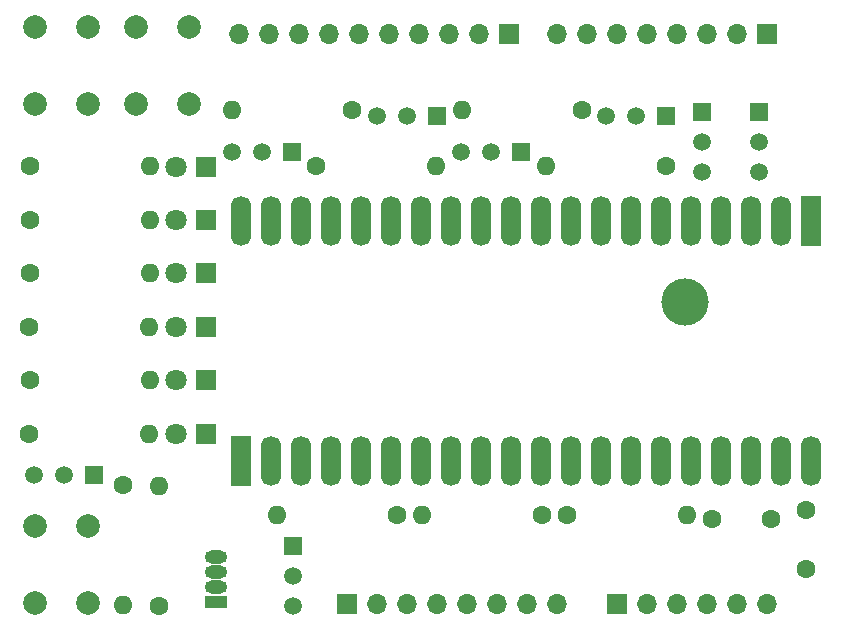
<source format=gbr>
%TF.GenerationSoftware,KiCad,Pcbnew,7.0.7*%
%TF.CreationDate,2023-09-12T10:17:07+02:00*%
%TF.ProjectId,Pico_Adapter,5069636f-5f41-4646-9170-7465722e6b69,V1.0*%
%TF.SameCoordinates,Original*%
%TF.FileFunction,Soldermask,Bot*%
%TF.FilePolarity,Negative*%
%FSLAX46Y46*%
G04 Gerber Fmt 4.6, Leading zero omitted, Abs format (unit mm)*
G04 Created by KiCad (PCBNEW 7.0.7) date 2023-09-12 10:17:07*
%MOMM*%
%LPD*%
G01*
G04 APERTURE LIST*
%ADD10R,1.900000X1.140000*%
%ADD11O,1.900000X1.140000*%
%ADD12R,1.500000X1.500000*%
%ADD13C,1.500000*%
%ADD14R,1.800000X1.800000*%
%ADD15C,1.800000*%
%ADD16R,1.700000X1.700000*%
%ADD17O,1.700000X1.700000*%
%ADD18C,1.600000*%
%ADD19O,1.600000X1.600000*%
%ADD20R,1.700000X4.240000*%
%ADD21C,1.700000*%
%ADD22O,1.700000X4.240000*%
%ADD23C,2.000000*%
%ADD24C,4.000000*%
G04 APERTURE END LIST*
D10*
%TO.C,P1*%
X95886000Y-155604400D03*
D11*
X95886000Y-154334400D03*
X95886000Y-153064400D03*
X95886000Y-151794400D03*
%TD*%
D12*
%TO.C,B1*%
X102433800Y-150825200D03*
D13*
X102433800Y-153365200D03*
X102433800Y-155905200D03*
%TD*%
D12*
%TO.C,Q5*%
X121768600Y-117504400D03*
D13*
X119228600Y-117504400D03*
X116688600Y-117504400D03*
%TD*%
D14*
%TO.C,P5*%
X95052800Y-127791400D03*
D15*
X92512800Y-127791400D03*
%TD*%
D16*
%TO.C,X5*%
X129869600Y-155769400D03*
D17*
X132409600Y-155769400D03*
X134949600Y-155769400D03*
X137489600Y-155769400D03*
X140029600Y-155769400D03*
X142569600Y-155769400D03*
%TD*%
D18*
%TO.C,R3*%
X123521200Y-148238400D03*
D19*
X113361200Y-148238400D03*
%TD*%
D12*
%TO.C,Q1*%
X85573600Y-144885600D03*
D13*
X83033600Y-144885600D03*
X80493600Y-144885600D03*
%TD*%
D18*
%TO.C,R13*%
X80138000Y-118723600D03*
D19*
X90298000Y-118723600D03*
%TD*%
D18*
%TO.C,R9*%
X91109800Y-155905200D03*
D19*
X91109800Y-145745200D03*
%TD*%
D16*
%TO.C,X2*%
X98018600Y-144931900D03*
D20*
X98018600Y-143661900D03*
D16*
X98018600Y-142391900D03*
D21*
X100558600Y-144931900D03*
D22*
X100558600Y-143661900D03*
D21*
X100558600Y-142391900D03*
X103098600Y-144931900D03*
D22*
X103098600Y-143661900D03*
D21*
X103098600Y-142391900D03*
X105638600Y-144931900D03*
D22*
X105638600Y-143661900D03*
D21*
X105638600Y-142391900D03*
X108178600Y-144931900D03*
D22*
X108178600Y-143661900D03*
D21*
X108178600Y-142391900D03*
X110718600Y-144931900D03*
D22*
X110718600Y-143661900D03*
D21*
X110718600Y-142391900D03*
X113258600Y-144931900D03*
D22*
X113258600Y-143661900D03*
D21*
X113258600Y-142391900D03*
X115798600Y-144931900D03*
D22*
X115798600Y-143661900D03*
D21*
X115798600Y-142391900D03*
X118338600Y-144931900D03*
D22*
X118338600Y-143661900D03*
D21*
X118338600Y-142391900D03*
X120878600Y-144931900D03*
D22*
X120878600Y-143661900D03*
D21*
X120878600Y-142391900D03*
X123418600Y-144931900D03*
D22*
X123418600Y-143661900D03*
D21*
X123418600Y-142391900D03*
X125958600Y-144931900D03*
D22*
X125958600Y-143661900D03*
D21*
X125958600Y-142391900D03*
X128498600Y-144931900D03*
D22*
X128498600Y-143661900D03*
D21*
X128498600Y-142391900D03*
X131038600Y-144931900D03*
D22*
X131038600Y-143661900D03*
D21*
X131038600Y-142391900D03*
X133578600Y-144931900D03*
D22*
X133578600Y-143661900D03*
D21*
X133578600Y-142391900D03*
X136118600Y-144931900D03*
D22*
X136118600Y-143661900D03*
D21*
X136118600Y-142391900D03*
X138658600Y-144931900D03*
D22*
X138658600Y-143661900D03*
D21*
X138658600Y-142391900D03*
X141198600Y-144931900D03*
D22*
X141198600Y-143661900D03*
D21*
X141198600Y-142391900D03*
X143738600Y-144931900D03*
D22*
X143738600Y-143661900D03*
D21*
X143738600Y-142391900D03*
X146278600Y-144931900D03*
D22*
X146278600Y-143661900D03*
D21*
X146278600Y-142391900D03*
%TD*%
D14*
%TO.C,P4*%
X95047800Y-132312600D03*
D15*
X92507800Y-132312600D03*
%TD*%
D14*
%TO.C,P6*%
X95052800Y-123270200D03*
D15*
X92512800Y-123270200D03*
%TD*%
D18*
%TO.C,C2*%
X145846800Y-152802600D03*
X145846800Y-147802600D03*
%TD*%
D23*
%TO.C,SW2*%
X89114800Y-113439200D03*
X89114800Y-106939200D03*
X93614800Y-113439200D03*
X93614800Y-106939200D03*
%TD*%
D18*
%TO.C,R14*%
X80133000Y-132312600D03*
D19*
X90293000Y-132312600D03*
%TD*%
D18*
%TO.C,R10*%
X80133000Y-141355000D03*
D19*
X90293000Y-141355000D03*
%TD*%
D18*
%TO.C,R11*%
X80138000Y-127791400D03*
D19*
X90298000Y-127791400D03*
%TD*%
D18*
%TO.C,R7*%
X111253000Y-148238400D03*
D19*
X101093000Y-148238400D03*
%TD*%
D18*
%TO.C,R2*%
X125654800Y-148238400D03*
D19*
X135814800Y-148238400D03*
%TD*%
D18*
%TO.C,R1*%
X107468400Y-113948400D03*
D19*
X97308400Y-113948400D03*
%TD*%
D14*
%TO.C,P7*%
X95052800Y-118749000D03*
D15*
X92512800Y-118749000D03*
%TD*%
D14*
%TO.C,P2*%
X95047800Y-141355000D03*
D15*
X92507800Y-141355000D03*
%TD*%
D16*
%TO.C,X6*%
X120727800Y-107518400D03*
D17*
X118187800Y-107518400D03*
X115647800Y-107518400D03*
X113107800Y-107518400D03*
X110567800Y-107518400D03*
X108027800Y-107518400D03*
X105487800Y-107518400D03*
X102947800Y-107518400D03*
X100407800Y-107518400D03*
X97867800Y-107518400D03*
%TD*%
D16*
%TO.C,X3*%
X107010600Y-155769400D03*
D17*
X109550600Y-155769400D03*
X112090600Y-155769400D03*
X114630600Y-155769400D03*
X117170600Y-155769400D03*
X119710600Y-155769400D03*
X122250600Y-155769400D03*
X124790600Y-155769400D03*
%TD*%
D24*
%TO.C,U1*%
X135648000Y-130202400D03*
%TD*%
D18*
%TO.C,R4*%
X134011400Y-118723600D03*
D19*
X123851400Y-118723600D03*
%TD*%
D12*
%TO.C,Q7*%
X102337600Y-117500000D03*
D13*
X99797600Y-117500000D03*
X97257600Y-117500000D03*
%TD*%
D23*
%TO.C,SW1*%
X85080400Y-149154000D03*
X85080400Y-155654000D03*
X80580400Y-149154000D03*
X80580400Y-155654000D03*
%TD*%
D18*
%TO.C,R12*%
X80138000Y-136833800D03*
D19*
X90298000Y-136833800D03*
%TD*%
D16*
%TO.C,X1*%
X146278600Y-122072400D03*
D20*
X146278600Y-123342400D03*
D16*
X146278600Y-124612400D03*
D21*
X143738600Y-122072400D03*
D22*
X143738600Y-123342400D03*
D21*
X143738600Y-124612400D03*
X141198600Y-122072400D03*
D22*
X141198600Y-123342400D03*
D21*
X141198600Y-124612400D03*
X138658600Y-122072400D03*
D22*
X138658600Y-123342400D03*
D21*
X138658600Y-124612400D03*
X136118600Y-122072400D03*
D22*
X136118600Y-123342400D03*
D21*
X136118600Y-124612400D03*
X133578600Y-122072400D03*
D22*
X133578600Y-123342400D03*
D21*
X133578600Y-124612400D03*
X131038600Y-122072400D03*
D22*
X131038600Y-123342400D03*
D21*
X131038600Y-124612400D03*
X128498600Y-122072400D03*
D22*
X128498600Y-123342400D03*
D21*
X128498600Y-124612400D03*
X125958600Y-122072400D03*
D22*
X125958600Y-123342400D03*
D21*
X125958600Y-124612400D03*
X123418600Y-122072400D03*
D22*
X123418600Y-123342400D03*
D21*
X123418600Y-124612400D03*
X120878600Y-122072400D03*
D22*
X120878600Y-123342400D03*
D21*
X120878600Y-124612400D03*
X118338600Y-122072400D03*
D22*
X118338600Y-123342400D03*
D21*
X118338600Y-124612400D03*
X115798600Y-122072400D03*
D22*
X115798600Y-123342400D03*
D21*
X115798600Y-124612400D03*
X113258600Y-122072400D03*
D22*
X113258600Y-123342400D03*
D21*
X113258600Y-124612400D03*
X110718600Y-122072400D03*
D22*
X110718600Y-123342400D03*
D21*
X110718600Y-124612400D03*
X108178600Y-122072400D03*
D22*
X108178600Y-123342400D03*
D21*
X108178600Y-124612400D03*
X105638600Y-122072400D03*
D22*
X105638600Y-123342400D03*
D21*
X105638600Y-124612400D03*
X103098600Y-122072400D03*
D22*
X103098600Y-123342400D03*
D21*
X103098600Y-124612400D03*
X100558600Y-122072400D03*
D22*
X100558600Y-123342400D03*
D21*
X100558600Y-124612400D03*
X98018600Y-122072400D03*
D22*
X98018600Y-123342400D03*
D21*
X98018600Y-124612400D03*
%TD*%
D18*
%TO.C,R6*%
X104420400Y-118723600D03*
D19*
X114580400Y-118723600D03*
%TD*%
D12*
%TO.C,Q4*%
X134062200Y-114452000D03*
D13*
X131522200Y-114452000D03*
X128982200Y-114452000D03*
%TD*%
D18*
%TO.C,R15*%
X80138000Y-123270200D03*
D19*
X90298000Y-123270200D03*
%TD*%
D18*
%TO.C,C1*%
X137922000Y-148590000D03*
X142922000Y-148590000D03*
%TD*%
D12*
%TO.C,Q6*%
X114656600Y-114456400D03*
D13*
X112116600Y-114456400D03*
X109576600Y-114456400D03*
%TD*%
D12*
%TO.C,Q3*%
X137110200Y-114151600D03*
D13*
X137110200Y-116691600D03*
X137110200Y-119231600D03*
%TD*%
D18*
%TO.C,R8*%
X88087200Y-145719800D03*
D19*
X88087200Y-155879800D03*
%TD*%
D16*
%TO.C,X4*%
X142569600Y-107518400D03*
D17*
X140029600Y-107518400D03*
X137489600Y-107518400D03*
X134949600Y-107518400D03*
X132409600Y-107518400D03*
X129869600Y-107518400D03*
X127329600Y-107518400D03*
X124789600Y-107518400D03*
%TD*%
D14*
%TO.C,P3*%
X95052800Y-136833800D03*
D15*
X92512800Y-136833800D03*
%TD*%
D23*
%TO.C,SW3*%
X80580400Y-113413800D03*
X80580400Y-106913800D03*
X85080400Y-113413800D03*
X85080400Y-106913800D03*
%TD*%
D18*
%TO.C,R5*%
X126899400Y-113948400D03*
D19*
X116739400Y-113948400D03*
%TD*%
D12*
%TO.C,Q2*%
X141885400Y-114151600D03*
D13*
X141885400Y-116691600D03*
X141885400Y-119231600D03*
%TD*%
M02*

</source>
